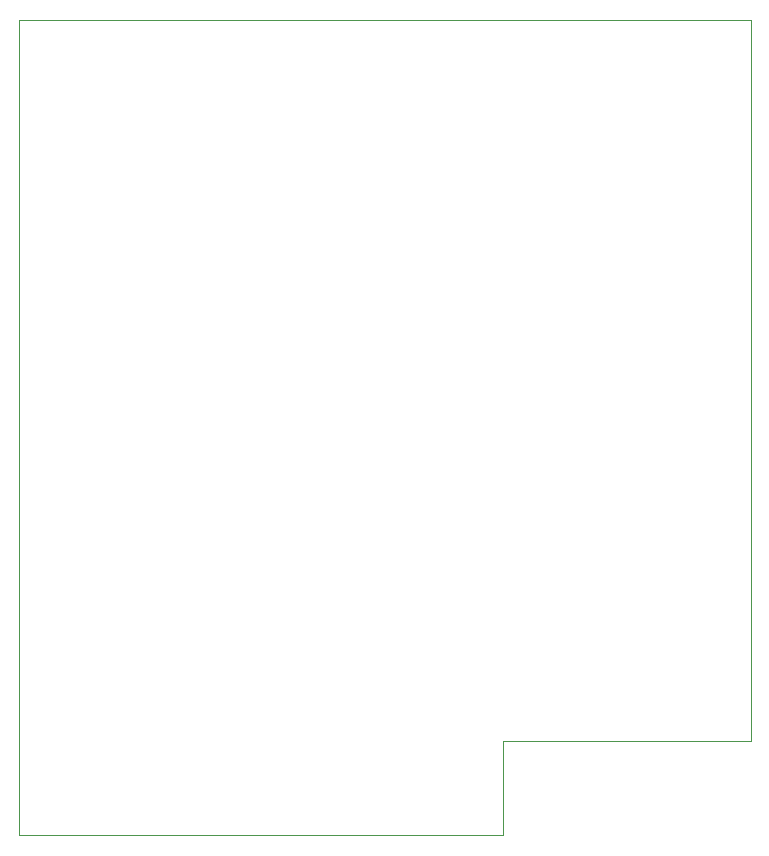
<source format=gm1>
G04 #@! TF.GenerationSoftware,KiCad,Pcbnew,8.0.4*
G04 #@! TF.CreationDate,2024-09-09T13:58:12+01:00*
G04 #@! TF.ProjectId,Amiga_internal_floppy_adapter,416d6967-615f-4696-9e74-65726e616c5f,1.0*
G04 #@! TF.SameCoordinates,Original*
G04 #@! TF.FileFunction,Profile,NP*
%FSLAX46Y46*%
G04 Gerber Fmt 4.6, Leading zero omitted, Abs format (unit mm)*
G04 Created by KiCad (PCBNEW 8.0.4) date 2024-09-09 13:58:12*
%MOMM*%
%LPD*%
G01*
G04 APERTURE LIST*
G04 #@! TA.AperFunction,Profile*
%ADD10C,0.050000*%
G04 #@! TD*
G04 APERTURE END LIST*
D10*
X112370000Y-127925000D02*
X91370000Y-127925000D01*
X91370000Y-135925000D01*
X50370000Y-135925000D01*
X50370000Y-66925000D01*
X112370000Y-66925000D01*
X112370000Y-127925000D01*
M02*

</source>
